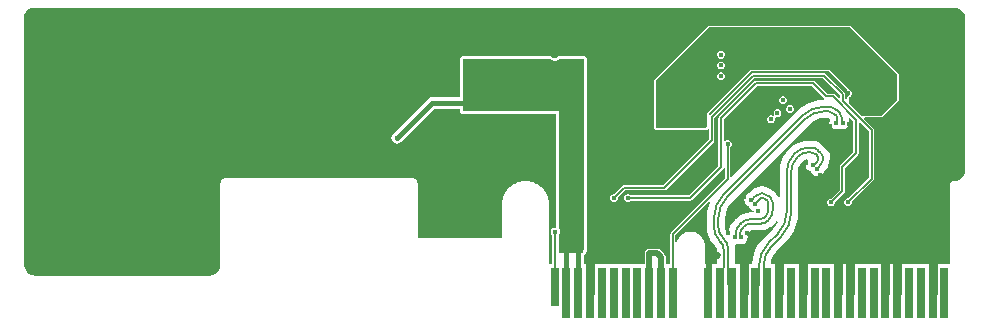
<source format=gbr>
G04*
G04 #@! TF.GenerationSoftware,Altium Limited,Altium Designer,24.2.2 (26)*
G04*
G04 Layer_Physical_Order=4*
G04 Layer_Color=15441517*
%FSLAX25Y25*%
%MOIN*%
G70*
G04*
G04 #@! TF.SameCoordinates,DA759692-2FDC-47FD-B5D7-4F029464E4A9*
G04*
G04*
G04 #@! TF.FilePolarity,Positive*
G04*
G01*
G75*
%ADD27R,0.02800X0.12600*%
%ADD28R,0.02800X0.16500*%
%ADD46C,0.00500*%
%ADD47C,0.00600*%
%ADD48C,0.01800*%
%ADD49C,0.00727*%
%ADD50C,0.00800*%
%ADD51C,0.03000*%
%ADD52C,0.02000*%
%ADD55C,0.25000*%
%ADD56C,0.01600*%
%ADD57C,0.00500*%
G36*
X284498Y-306715D02*
X285115Y-306957D01*
X285672Y-307314D01*
X286149Y-307774D01*
X286526Y-308318D01*
X286791Y-308925D01*
X286932Y-309572D01*
X286938Y-309891D01*
X286938Y-360509D01*
X286938Y-360881D01*
X286793Y-361611D01*
X286508Y-362298D01*
X286095Y-362917D01*
X285569Y-363443D01*
X284950Y-363856D01*
X284263Y-364141D01*
X283533Y-364286D01*
X283161Y-364286D01*
X282693Y-364379D01*
X282296Y-364644D01*
X282296Y-364644D01*
X282031Y-365041D01*
X281938Y-365510D01*
X281938Y-391839D01*
X222514D01*
X222179Y-391469D01*
X222222Y-391031D01*
X222590Y-389818D01*
X223188Y-388699D01*
X223938Y-387785D01*
X224010Y-387737D01*
X227282Y-384465D01*
X227290Y-384453D01*
X228684Y-382821D01*
X229813Y-380979D01*
X230640Y-378982D01*
X231144Y-376882D01*
X231312Y-374741D01*
X231315Y-374728D01*
Y-361228D01*
X231294Y-361122D01*
X231443Y-359990D01*
X231921Y-358836D01*
X232617Y-357929D01*
X232706Y-357869D01*
X232745Y-357811D01*
X233380Y-357324D01*
X234183Y-356992D01*
X234217Y-356987D01*
X234489Y-357456D01*
X234107Y-358028D01*
X233932Y-358906D01*
X234107Y-359784D01*
X234604Y-360528D01*
X235349Y-361025D01*
X235552Y-361066D01*
X235592Y-361269D01*
X236089Y-362013D01*
X236834Y-362510D01*
X237712Y-362685D01*
X238589Y-362510D01*
X239334Y-362013D01*
X239572Y-361657D01*
X239598Y-361626D01*
X239626Y-361623D01*
X239892Y-361289D01*
X239991Y-361049D01*
X240267Y-360663D01*
X240267Y-360663D01*
X241191Y-359459D01*
X241771Y-358058D01*
X241969Y-356554D01*
X241964D01*
Y-356541D01*
X241943Y-356438D01*
X241809Y-355417D01*
X241375Y-354370D01*
X240749Y-353554D01*
X240690Y-353467D01*
X239713Y-352489D01*
X239713Y-352489D01*
X239716Y-352485D01*
X238530Y-351575D01*
X237148Y-351003D01*
X235666Y-350808D01*
Y-350813D01*
X235035D01*
Y-350812D01*
X233207Y-350992D01*
X231448Y-351525D01*
X229828Y-352391D01*
X228782Y-353249D01*
X228780Y-353251D01*
X228779Y-353252D01*
X228770Y-353259D01*
X228767Y-353262D01*
X228407Y-353557D01*
X228397Y-353568D01*
X228397Y-353568D01*
X228347Y-353644D01*
X227303Y-354866D01*
X226416Y-356313D01*
X225767Y-357881D01*
X225371Y-359531D01*
X225245Y-361133D01*
X225227Y-361223D01*
X225227D01*
X225227Y-361223D01*
Y-369633D01*
X224727Y-369733D01*
X224537Y-369275D01*
X223952Y-368513D01*
X223881Y-368406D01*
X223115Y-367640D01*
X223117Y-367637D01*
X221974Y-366760D01*
X220643Y-366209D01*
X219215Y-366021D01*
Y-366024D01*
X219204D01*
X219148Y-366036D01*
X217985Y-366189D01*
X216848Y-366659D01*
X215918Y-367373D01*
X215870Y-367405D01*
X215523Y-367752D01*
X215170Y-368106D01*
X215141Y-368127D01*
X214729Y-368304D01*
X214701Y-368315D01*
X214389Y-368566D01*
X214008Y-368853D01*
X213978Y-368873D01*
X213480Y-369618D01*
X213306Y-370495D01*
X213480Y-371373D01*
X213978Y-372118D01*
X214722Y-372615D01*
X214925Y-372655D01*
X214965Y-372858D01*
X215463Y-373603D01*
X216207Y-374100D01*
X216530Y-374164D01*
X216480Y-374664D01*
X215750D01*
X215666Y-374681D01*
X214306Y-374815D01*
X212918Y-375236D01*
X211639Y-375920D01*
X210583Y-376786D01*
X210512Y-376834D01*
X210512Y-376834D01*
X210265Y-377080D01*
X210211Y-377161D01*
X210182Y-377197D01*
X209379Y-378175D01*
X208716Y-379415D01*
X208308Y-380762D01*
X208262Y-381224D01*
X207991Y-381395D01*
X207945Y-381411D01*
X207741Y-381413D01*
X207374Y-380935D01*
X207096Y-380264D01*
X207009Y-379599D01*
X207020Y-379545D01*
Y-376709D01*
X206999Y-376604D01*
X207137Y-375200D01*
X207577Y-373748D01*
X208292Y-372410D01*
X209187Y-371320D01*
X209277Y-371260D01*
X234990Y-345547D01*
X235337Y-345199D01*
X235701Y-344868D01*
X236307Y-344371D01*
X237435Y-343768D01*
X238657Y-343397D01*
X239844Y-343280D01*
X239929Y-343297D01*
X241307D01*
X241361Y-343286D01*
X241593Y-343383D01*
X241896Y-343765D01*
X241858Y-343858D01*
X241810Y-344282D01*
X241743Y-344755D01*
X241741Y-344764D01*
X241915Y-345642D01*
X242413Y-346386D01*
X243157Y-346884D01*
X244035Y-347058D01*
X244913Y-346884D01*
X245085Y-346769D01*
X245257Y-346884D01*
X246135Y-347058D01*
X247013Y-346884D01*
X247757Y-346386D01*
X248254Y-345642D01*
X248429Y-344764D01*
X248345Y-344344D01*
X248342Y-344303D01*
X248360Y-344282D01*
X248312Y-343858D01*
X248288Y-343801D01*
X248129Y-343417D01*
Y-343339D01*
X248583Y-343117D01*
X248611Y-343114D01*
X249679Y-344182D01*
Y-354541D01*
X245420Y-358800D01*
X245221Y-359098D01*
X245151Y-359449D01*
Y-367203D01*
X242247Y-370107D01*
X241986D01*
X241509Y-370305D01*
X241143Y-370670D01*
X240945Y-371148D01*
Y-371665D01*
X241143Y-372143D01*
X241509Y-372509D01*
X241986Y-372707D01*
X242504D01*
X242981Y-372509D01*
X243347Y-372143D01*
X243545Y-371665D01*
Y-371405D01*
X246718Y-368232D01*
X246917Y-367934D01*
X246987Y-367583D01*
Y-359829D01*
X251245Y-355570D01*
X251444Y-355272D01*
X251514Y-354921D01*
Y-344831D01*
X251976Y-344640D01*
X254938Y-347602D01*
Y-363078D01*
X248092Y-369924D01*
X247779D01*
X247301Y-370122D01*
X246936Y-370488D01*
X246738Y-370965D01*
Y-371483D01*
X246936Y-371960D01*
X247301Y-372326D01*
X247779Y-372524D01*
X248296D01*
X248774Y-372326D01*
X249140Y-371960D01*
X249338Y-371483D01*
Y-371169D01*
X256441Y-364066D01*
X256632Y-363780D01*
X256699Y-363443D01*
Y-347237D01*
X256632Y-346900D01*
X256441Y-346615D01*
X253333Y-343506D01*
X253524Y-343044D01*
X259017D01*
X259017Y-343044D01*
X259400Y-342886D01*
X259400Y-342886D01*
X264737Y-337549D01*
X264895Y-337166D01*
X264895Y-337166D01*
Y-328641D01*
X264737Y-328258D01*
X249088Y-312610D01*
X248705Y-312451D01*
X248705Y-312451D01*
X201628D01*
X201628Y-312451D01*
X201246Y-312610D01*
X201246Y-312610D01*
X183589Y-330266D01*
X183431Y-330649D01*
X183431Y-330649D01*
Y-346699D01*
X183589Y-347081D01*
X183972Y-347240D01*
X197723D01*
X200433Y-347270D01*
X200434Y-347270D01*
X200436Y-347270D01*
X200625Y-347193D01*
X200817Y-347116D01*
X200818Y-347115D01*
X200819Y-347114D01*
X201142Y-346795D01*
X201304Y-346810D01*
X201642Y-346944D01*
Y-350178D01*
X186165Y-365655D01*
X173212D01*
X172875Y-365722D01*
X172590Y-365913D01*
X169921Y-368582D01*
X169607D01*
X169130Y-368780D01*
X168764Y-369145D01*
X168566Y-369623D01*
Y-370140D01*
X168764Y-370618D01*
X169130Y-370984D01*
X169607Y-371182D01*
X170125D01*
X170602Y-370984D01*
X170968Y-370618D01*
X171166Y-370140D01*
Y-369827D01*
X173577Y-367416D01*
X186530D01*
X186867Y-367349D01*
X187153Y-367158D01*
X203145Y-351165D01*
X203336Y-350880D01*
X203403Y-350543D01*
Y-343325D01*
X216693Y-330035D01*
X239562D01*
X245259Y-335732D01*
Y-336459D01*
X245165Y-336552D01*
X244797Y-336705D01*
X243489Y-335396D01*
X243191Y-335197D01*
X242840Y-335127D01*
X241033D01*
X236976Y-331070D01*
X236678Y-330871D01*
X236327Y-330801D01*
X217129D01*
X216778Y-330871D01*
X216480Y-331070D01*
X205025Y-342525D01*
X204826Y-342823D01*
X204756Y-343174D01*
Y-359128D01*
X194921Y-368964D01*
X175469D01*
X175285Y-368780D01*
X174807Y-368582D01*
X174290D01*
X173812Y-368780D01*
X173446Y-369145D01*
X173248Y-369623D01*
Y-370140D01*
X173446Y-370618D01*
X173812Y-370984D01*
X174290Y-371182D01*
X174807D01*
X175285Y-370984D01*
X175469Y-370799D01*
X195301D01*
X195652Y-370730D01*
X195949Y-370531D01*
X206323Y-360157D01*
X206522Y-359860D01*
X207020Y-359916D01*
Y-363395D01*
X188974Y-381441D01*
X188797Y-381706D01*
X188735Y-382018D01*
X188735Y-382018D01*
Y-391839D01*
X187143D01*
Y-389543D01*
X187027Y-388958D01*
X186696Y-388462D01*
X185524Y-387290D01*
X185028Y-386959D01*
X184442Y-386842D01*
X181677D01*
X181092Y-386959D01*
X180596Y-387290D01*
X180264Y-387786D01*
X180148Y-388372D01*
Y-391839D01*
X159992D01*
Y-389174D01*
X160040Y-389155D01*
X160111Y-389084D01*
X160195Y-389028D01*
X160250Y-388944D01*
X160321Y-388873D01*
X160360Y-388780D01*
X160416Y-388697D01*
X160435Y-388598D01*
X160474Y-388506D01*
X160598Y-387883D01*
X160810Y-387565D01*
X160848Y-387472D01*
X160904Y-387388D01*
X160924Y-387290D01*
X160962Y-387197D01*
Y-387097D01*
X160982Y-386998D01*
Y-323524D01*
X160904Y-323134D01*
X160683Y-322803D01*
X160352Y-322582D01*
X159962Y-322504D01*
X151644D01*
X151254Y-322582D01*
X150923Y-322803D01*
X150623Y-323102D01*
X150336Y-323221D01*
X150026D01*
X149739Y-323102D01*
X149439Y-322803D01*
X149108Y-322582D01*
X148718Y-322504D01*
X119531D01*
X119141Y-322582D01*
X118810Y-322803D01*
X118589Y-323134D01*
X118512Y-323524D01*
Y-336232D01*
X109311D01*
X108570Y-336379D01*
X107941Y-336799D01*
X96216Y-348525D01*
X95796Y-349153D01*
X95648Y-349894D01*
X95796Y-350636D01*
X96216Y-351264D01*
X96844Y-351684D01*
X97586Y-351832D01*
X98327Y-351684D01*
X98955Y-351264D01*
X110114Y-340106D01*
X118512D01*
Y-340945D01*
X118589Y-341335D01*
X118810Y-341666D01*
X119141Y-341887D01*
X119531Y-341965D01*
X150561D01*
Y-379721D01*
X150440Y-379802D01*
X149923D01*
X149445Y-380000D01*
X149079Y-380366D01*
X148881Y-380844D01*
Y-381361D01*
X149079Y-381839D01*
X149416Y-382176D01*
Y-391839D01*
X148345D01*
Y-372198D01*
X148341Y-372176D01*
X148345Y-372155D01*
X148322Y-371496D01*
X148299Y-371399D01*
Y-371300D01*
X148043Y-370014D01*
X147997Y-369902D01*
X147973Y-369784D01*
X147472Y-368573D01*
X147405Y-368473D01*
X147359Y-368361D01*
X146630Y-367271D01*
X146545Y-367186D01*
X146478Y-367085D01*
X145551Y-366158D01*
X145450Y-366091D01*
X145365Y-366006D01*
X144275Y-365277D01*
X144163Y-365231D01*
X144063Y-365164D01*
X142852Y-364663D01*
X142733Y-364639D01*
X142622Y-364593D01*
X141336Y-364337D01*
X141215D01*
X141097Y-364314D01*
X139786D01*
X139668Y-364337D01*
X139547D01*
X138261Y-364593D01*
X138150Y-364639D01*
X138031Y-364663D01*
X136820Y-365164D01*
X136720Y-365231D01*
X136608Y-365277D01*
X135518Y-366006D01*
X135433Y-366091D01*
X135333Y-366158D01*
X134405Y-367085D01*
X134338Y-367186D01*
X134253Y-367271D01*
X133525Y-368361D01*
X133478Y-368473D01*
X133412Y-368573D01*
X132910Y-369784D01*
X132886Y-369902D01*
X132840Y-370014D01*
X132584Y-371300D01*
Y-371391D01*
X132562Y-371479D01*
X132530Y-372134D01*
X132534Y-372165D01*
X132528Y-372194D01*
Y-383366D01*
X104824D01*
X104471Y-383012D01*
X104480Y-365010D01*
X104468Y-364950D01*
X104474Y-364889D01*
X104464Y-364792D01*
X104412Y-364620D01*
X104377Y-364444D01*
X104302Y-364264D01*
X104302Y-364263D01*
X104179Y-364080D01*
X104037Y-363866D01*
X104037Y-363866D01*
X103899Y-363729D01*
X103899Y-363729D01*
X103899Y-363728D01*
X103502Y-363463D01*
X103502Y-363463D01*
X103502Y-363463D01*
X103322Y-363389D01*
X103145Y-363354D01*
X102973Y-363301D01*
X102876Y-363292D01*
X102815Y-363298D01*
X102756Y-363286D01*
X40512Y-363286D01*
X40452Y-363298D01*
X40392Y-363292D01*
X40294Y-363301D01*
X40122Y-363354D01*
X39946Y-363389D01*
X39766Y-363463D01*
X39766Y-363463D01*
X39369Y-363729D01*
X39231Y-363866D01*
X39231Y-363866D01*
X39099Y-364065D01*
X38966Y-364264D01*
X38966Y-364264D01*
X38891Y-364444D01*
X38856Y-364620D01*
X38804Y-364792D01*
X38794Y-364890D01*
X38800Y-364950D01*
X38788Y-365009D01*
X38788Y-391990D01*
X38788Y-392362D01*
X38643Y-393091D01*
X38359Y-393778D01*
X37945Y-394397D01*
X37419Y-394923D01*
X36801Y-395336D01*
X36113Y-395621D01*
X35384Y-395766D01*
X-22988D01*
X-23354Y-395733D01*
X-24166Y-395493D01*
X-24916Y-395099D01*
X-25575Y-394567D01*
X-26117Y-393917D01*
X-26522Y-393173D01*
X-26774Y-392364D01*
X-26863Y-391522D01*
X-26825Y-391100D01*
X-26831Y-391045D01*
X-26820Y-390990D01*
X-26820Y-309891D01*
X-26814Y-309572D01*
X-26673Y-308925D01*
X-26408Y-308318D01*
X-26030Y-307774D01*
X-25554Y-307315D01*
X-24996Y-306957D01*
X-24380Y-306715D01*
X-23729Y-306598D01*
X-23392Y-306604D01*
X-23391Y-306604D01*
X-23389Y-306604D01*
X-23370Y-306604D01*
X-23370Y-306604D01*
X283493Y-306604D01*
X283504Y-306602D01*
X283516Y-306604D01*
X283847Y-306597D01*
X284498Y-306715D01*
D02*
G37*
G36*
X159962Y-386998D02*
X159637Y-387485D01*
X159474Y-388307D01*
X152718D01*
X151581Y-388293D01*
Y-382248D01*
X151707Y-382122D01*
X151981Y-381460D01*
Y-380744D01*
X151707Y-380083D01*
X151581Y-379957D01*
Y-340945D01*
X119531D01*
Y-323524D01*
X148718D01*
X149161Y-323967D01*
X149823Y-324241D01*
X150539D01*
X151201Y-323967D01*
X151644Y-323524D01*
X159962D01*
Y-386998D01*
D02*
G37*
G36*
X247644Y-333733D02*
Y-333781D01*
X247724Y-333974D01*
Y-333988D01*
X247734Y-333998D01*
X247802Y-334164D01*
X247968Y-334233D01*
X248016Y-334281D01*
X248395Y-334438D01*
X248608Y-334651D01*
X248724Y-334930D01*
Y-335232D01*
X248608Y-335511D01*
X248395Y-335725D01*
X248016Y-335881D01*
X247968Y-335930D01*
X247802Y-335999D01*
X247734Y-336164D01*
X247724Y-336174D01*
Y-336189D01*
X247644Y-336381D01*
Y-336705D01*
X247144Y-336967D01*
X247020Y-336881D01*
Y-336463D01*
X247020Y-336463D01*
Y-335368D01*
X246953Y-335031D01*
X246762Y-334745D01*
X240549Y-328532D01*
X240263Y-328341D01*
X239926Y-328274D01*
X216328D01*
X215991Y-328341D01*
X215706Y-328532D01*
X202091Y-342147D01*
X201547Y-341984D01*
X201513Y-341814D01*
X215620Y-327707D01*
X241617D01*
X247644Y-333733D01*
D02*
G37*
G36*
X240004Y-336694D02*
X240027Y-336709D01*
X239946Y-337111D01*
X239887Y-337217D01*
X239882Y-337218D01*
X237960Y-337369D01*
X236042Y-337830D01*
X234220Y-338584D01*
X232538Y-339615D01*
X231072Y-340867D01*
X231035Y-340892D01*
X231035Y-340892D01*
X231035Y-340892D01*
X209114Y-362813D01*
X208652Y-362622D01*
Y-353027D01*
X208938Y-352740D01*
X209136Y-352263D01*
Y-351745D01*
X208938Y-351268D01*
X208572Y-350902D01*
X208095Y-350704D01*
X207577D01*
X207100Y-350902D01*
X207091Y-350910D01*
X206592Y-350703D01*
Y-343554D01*
X217509Y-332636D01*
X235947D01*
X240004Y-336694D01*
D02*
G37*
G36*
X264354Y-328641D02*
Y-337166D01*
X259017Y-342503D01*
X252330D01*
X248185Y-338358D01*
Y-336381D01*
X248223D01*
X248701Y-336183D01*
X249067Y-335818D01*
X249265Y-335340D01*
Y-334823D01*
X249067Y-334345D01*
X248701Y-333979D01*
X248223Y-333781D01*
X248185D01*
Y-333509D01*
X241841Y-327165D01*
X215396D01*
X200794Y-341767D01*
Y-346378D01*
X200439Y-346729D01*
X197727Y-346699D01*
X183972D01*
Y-330649D01*
X201628Y-312992D01*
X248705D01*
X264354Y-328641D01*
D02*
G37*
G36*
X224551Y-377782D02*
X224569Y-377866D01*
X223954Y-379016D01*
X223059Y-380107D01*
X222970Y-380167D01*
X219697Y-383440D01*
X219671Y-383479D01*
X218427Y-384935D01*
X217402Y-386608D01*
X216652Y-388419D01*
X216194Y-390326D01*
X216075Y-391839D01*
X210312D01*
Y-387063D01*
X210295Y-386980D01*
X210182Y-385830D01*
X210169Y-385606D01*
X210582Y-385280D01*
X211032Y-385190D01*
X211205Y-385075D01*
X211377Y-385190D01*
X212255Y-385365D01*
X213132Y-385190D01*
X213877Y-384693D01*
X214374Y-383949D01*
X214549Y-383071D01*
X214465Y-382651D01*
X214462Y-382610D01*
X214480Y-382589D01*
X214432Y-382165D01*
X214408Y-382107D01*
X214297Y-381841D01*
X214318Y-381736D01*
X214539Y-381406D01*
X214572Y-381384D01*
X214815Y-381141D01*
X214843Y-381098D01*
X215238Y-380835D01*
X215703Y-380742D01*
X215753Y-380752D01*
X218872D01*
X219031Y-380720D01*
X220011Y-380624D01*
X221106Y-380292D01*
X222116Y-379752D01*
X222877Y-379128D01*
X223012Y-379037D01*
X223019Y-379030D01*
X223075Y-378947D01*
X223896Y-377946D01*
X224022Y-377711D01*
X224551Y-377782D01*
D02*
G37*
G36*
X202046Y-371383D02*
X201607Y-372445D01*
X201103Y-374545D01*
X200934Y-376686D01*
X200931Y-376699D01*
Y-379553D01*
X200935Y-379569D01*
X201103Y-381276D01*
X201605Y-382932D01*
X202421Y-384458D01*
X203476Y-385743D01*
X203509Y-385784D01*
X203518Y-385797D01*
X203518D01*
X203821Y-386100D01*
X204102Y-386484D01*
X204138Y-386538D01*
X204234Y-387019D01*
X204223Y-387071D01*
Y-391839D01*
X200222D01*
X200222Y-385874D01*
X200214Y-385834D01*
X200219Y-385794D01*
X200189Y-385332D01*
X200158Y-385215D01*
X200150Y-385095D01*
X199911Y-384202D01*
X199840Y-384059D01*
X199788Y-383907D01*
X199326Y-383107D01*
X199221Y-382987D01*
X199132Y-382854D01*
X198478Y-382200D01*
X198345Y-382111D01*
X198225Y-382006D01*
X197425Y-381544D01*
X197273Y-381492D01*
X197130Y-381421D01*
X196237Y-381182D01*
X196077Y-381172D01*
X195920Y-381140D01*
X194996D01*
X194839Y-381172D01*
X194679Y-381182D01*
X193787Y-381421D01*
X193643Y-381492D01*
X193492Y-381544D01*
X192692Y-382006D01*
X192571Y-382111D01*
X192438Y-382200D01*
X191785Y-382854D01*
X191696Y-382987D01*
X191590Y-383107D01*
X191128Y-383907D01*
X191077Y-384059D01*
X191006Y-384202D01*
X190867Y-384722D01*
X190367Y-384656D01*
Y-382356D01*
X201623Y-371100D01*
X202046Y-371383D01*
D02*
G37*
%LPC*%
G36*
X226564Y-336026D02*
X226047D01*
X225569Y-336224D01*
X225203Y-336590D01*
X225005Y-337068D01*
Y-337585D01*
X225203Y-338063D01*
X225569Y-338428D01*
X226047Y-338626D01*
X226564D01*
X227042Y-338428D01*
X227408Y-338063D01*
X227605Y-337585D01*
Y-337068D01*
X227408Y-336590D01*
X227042Y-336224D01*
X226564Y-336026D01*
D02*
G37*
G36*
X228826Y-338881D02*
X228309D01*
X227831Y-339079D01*
X227465Y-339445D01*
X227267Y-339923D01*
Y-340440D01*
X227465Y-340918D01*
X227831Y-341283D01*
X228309Y-341481D01*
X228826D01*
X229303Y-341283D01*
X229669Y-340918D01*
X229867Y-340440D01*
Y-339923D01*
X229669Y-339445D01*
X229303Y-339079D01*
X228826Y-338881D01*
D02*
G37*
G36*
X224702Y-340370D02*
X224185D01*
X223707Y-340568D01*
X223342Y-340934D01*
X223144Y-341411D01*
Y-341929D01*
X223223Y-342120D01*
X222840Y-342503D01*
X222580Y-342395D01*
X222062D01*
X221585Y-342593D01*
X221219Y-342959D01*
X221021Y-343436D01*
Y-343953D01*
X221219Y-344431D01*
X221585Y-344797D01*
X222062Y-344995D01*
X222580D01*
X223057Y-344797D01*
X223423Y-344431D01*
X223621Y-343953D01*
Y-343436D01*
X223542Y-343245D01*
X223924Y-342862D01*
X224185Y-342970D01*
X224702D01*
X225180Y-342772D01*
X225546Y-342407D01*
X225744Y-341929D01*
Y-341411D01*
X225546Y-340934D01*
X225180Y-340568D01*
X224702Y-340370D01*
D02*
G37*
G36*
X205932Y-320832D02*
X205415D01*
X204938Y-321030D01*
X204572Y-321396D01*
X204374Y-321874D01*
Y-322391D01*
X204572Y-322869D01*
X204938Y-323235D01*
X205415Y-323432D01*
X205932D01*
X206410Y-323235D01*
X206776Y-322869D01*
X206974Y-322391D01*
Y-321874D01*
X206776Y-321396D01*
X206410Y-321030D01*
X205932Y-320832D01*
D02*
G37*
G36*
Y-324433D02*
X205415D01*
X204938Y-324631D01*
X204572Y-324997D01*
X204374Y-325475D01*
Y-325992D01*
X204572Y-326470D01*
X204938Y-326835D01*
X205415Y-327033D01*
X205932D01*
X206410Y-326835D01*
X206776Y-326470D01*
X206974Y-325992D01*
Y-325475D01*
X206776Y-324997D01*
X206410Y-324631D01*
X205932Y-324433D01*
D02*
G37*
G36*
Y-327969D02*
X205415D01*
X204938Y-328167D01*
X204572Y-328532D01*
X204374Y-329010D01*
Y-329527D01*
X204572Y-330005D01*
X204938Y-330371D01*
X205415Y-330569D01*
X205932D01*
X206410Y-330371D01*
X206776Y-330005D01*
X206974Y-329527D01*
Y-329010D01*
X206776Y-328532D01*
X206410Y-328167D01*
X205932Y-327969D01*
D02*
G37*
%LPD*%
D27*
X150181Y-399477D02*
D03*
D28*
X280102Y-401427D02*
D03*
X185614D02*
D03*
X181677D02*
D03*
X240732D02*
D03*
X272228D02*
D03*
X268291D02*
D03*
X256480D02*
D03*
X236795D02*
D03*
X252543D02*
D03*
X221047D02*
D03*
X217110D02*
D03*
X209236D02*
D03*
X205299D02*
D03*
X189551D02*
D03*
X165929D02*
D03*
X169866D02*
D03*
X173803D02*
D03*
X177740D02*
D03*
X228921D02*
D03*
X213173D02*
D03*
X201362D02*
D03*
X248606D02*
D03*
X264354D02*
D03*
X244669D02*
D03*
X276165D02*
D03*
X260417D02*
D03*
X232858D02*
D03*
X224984D02*
D03*
X161992D02*
D03*
X154118D02*
D03*
X158055D02*
D03*
D46*
X235035Y-353107D02*
G03*
X230030Y-355180I0J-7079D01*
G01*
X230020Y-355190D02*
G03*
X227521Y-361223I6032J-6032D01*
G01*
X224592Y-381789D02*
G03*
X227521Y-374718I-7071J7071D01*
G01*
X221319Y-385062D02*
G03*
X218328Y-392282I7220J-7220D01*
G01*
X218260Y-393202D02*
G03*
X218328Y-393037I-165J165D01*
G01*
X238090Y-354111D02*
G03*
X235666Y-353107I-2425J-2425D01*
G01*
X239670Y-356541D02*
G03*
X239068Y-355089I-2053J0D01*
G01*
X238641Y-359037D02*
G03*
X239670Y-356554I-2483J2483D01*
G01*
X238140Y-359538D02*
G03*
X238095Y-359646I108J-108D01*
G01*
X238051Y-359754D02*
G03*
X238095Y-359646I-108J108D01*
G01*
X237903Y-359901D02*
G03*
X237712Y-360365I463J-463D01*
G01*
X235044Y-354607D02*
G03*
X231084Y-356247I0J-5600D01*
G01*
D02*
G03*
X229021Y-361228I4981J-4981D01*
G01*
X225660Y-382843D02*
G03*
X229021Y-374728I-8115J8115D01*
G01*
X222388Y-386114D02*
G03*
X219829Y-392294I6179J-6179D01*
G01*
X219897Y-398651D02*
G03*
X221047Y-401427I3926J0D01*
G01*
X219829Y-393037D02*
G03*
X219897Y-393202I234J0D01*
G01*
X237229Y-355371D02*
G03*
X235384Y-354607I-1845J-1845D01*
G01*
X238004Y-356146D02*
G03*
X238003Y-356145I-402J-401D01*
G01*
X238170Y-356547D02*
G03*
X238004Y-356146I-568J0D01*
G01*
X237575Y-357981D02*
G03*
X238170Y-356547I-1434J1434D01*
G01*
X236971Y-358522D02*
G03*
X237079Y-358477I0J153D01*
G01*
X236971Y-358522D02*
G03*
X236863Y-358567I0J-153D01*
G01*
X236253Y-358906D02*
G03*
X236716Y-358714I0J655D01*
G01*
X217110Y-401427D02*
G03*
X218260Y-398651I-2776J2776D01*
G01*
X206587Y-368584D02*
G03*
X203225Y-376699I8115J-8115D01*
G01*
X206518Y-387071D02*
G03*
X205443Y-384478I-3668J0D01*
G01*
X203225Y-379553D02*
G03*
X205140Y-384175I6536J0D01*
G01*
X206449Y-393202D02*
G03*
X206518Y-393037I-165J165D01*
G01*
X239926Y-339503D02*
G03*
X232657Y-342514I0J-10280D01*
G01*
X244326Y-340751D02*
G03*
X241312Y-339503I-3014J-3014D01*
G01*
X245835Y-343168D02*
G03*
X245193Y-341619I-2191J0D01*
G01*
X245835Y-343858D02*
G03*
X245880Y-343966I153J0D01*
G01*
X245924Y-344074D02*
G03*
X245880Y-343966I-153J0D01*
G01*
X245924Y-344282D02*
G03*
X246116Y-344746I655J0D01*
G01*
X208086Y-398651D02*
G03*
X209236Y-401427I3926J0D01*
G01*
X207654Y-369638D02*
G03*
X204726Y-376709I7071J-7071D01*
G01*
Y-379545D02*
G03*
X206206Y-383119I5054J0D01*
G01*
X208017Y-393037D02*
G03*
X208086Y-393202I234J0D01*
G01*
X208017Y-387063D02*
G03*
X206510Y-383423I-5147J0D01*
G01*
X239929Y-341003D02*
G03*
X233715Y-343577I0J-8788D01*
G01*
X243269Y-341816D02*
G03*
X241307Y-341003I-1962J-1962D01*
G01*
X244129Y-342676D02*
G03*
X244128Y-342675I-499J-498D01*
G01*
X244335Y-343174D02*
G03*
X244129Y-342676I-705J0D01*
G01*
X244290Y-343966D02*
G03*
X244245Y-344074I108J-108D01*
G01*
X244053Y-344746D02*
G03*
X244245Y-344282I-463J463D01*
G01*
X205299Y-401427D02*
G03*
X206449Y-398651I-2776J2776D01*
G01*
X244290Y-343966D02*
G03*
X244335Y-343858I-108J108D01*
G01*
X215600Y-370495D02*
G03*
X216108Y-370285I0J719D01*
G01*
X216345Y-370111D02*
G03*
X216237Y-370156I0J-153D01*
G01*
X216345Y-370111D02*
G03*
X216453Y-370067I0J153D01*
G01*
X219204Y-368318D02*
G03*
X217492Y-369027I0J-2421D01*
G01*
X221493Y-369262D02*
G03*
X219215Y-368318I-2278J-2278D01*
G01*
X222810Y-371357D02*
G03*
X222259Y-370028I-1880J0D01*
G01*
X221397Y-377408D02*
G03*
X222810Y-373997I-3411J3411D01*
G01*
X218872Y-378458D02*
G03*
X221390Y-377415I0J3560D01*
G01*
X215753Y-378458D02*
G03*
X213193Y-379519I0J-3621D01*
G01*
X212949Y-379762D02*
G03*
X211954Y-382165I2404J-2403D01*
G01*
X212950Y-379761D02*
G03*
X212949Y-379762I2403J-2403D01*
G01*
X211954Y-382165D02*
G03*
X211999Y-382273I153J0D01*
G01*
X212044Y-382381D02*
G03*
X211999Y-382273I-153J0D01*
G01*
X212044Y-382589D02*
G03*
X212236Y-383052I655J0D01*
G01*
X217295Y-371472D02*
G03*
X217085Y-371980I508J-508D01*
G01*
X217424Y-371343D02*
G03*
X217469Y-371235I-108J108D01*
G01*
X217424Y-371344D02*
X217424Y-371343D01*
X217513Y-371128D02*
G03*
X217469Y-371235I108J-108D01*
G01*
X217513Y-371127D02*
X217513Y-371128D01*
X218550Y-370090D02*
G03*
X218549Y-370091I658J-660D01*
G01*
X219209Y-369818D02*
G03*
X218550Y-370090I0J-932D01*
G01*
X220437Y-370327D02*
G03*
X219209Y-369818I-1228J-1228D01*
G01*
X221195Y-371086D02*
G03*
X221195Y-371085I-279J-277D01*
G01*
X221310Y-371363D02*
G03*
X221195Y-371086I-393J0D01*
G01*
X220331Y-376353D02*
G03*
X221310Y-373990I-2363J2363D01*
G01*
X218869Y-376958D02*
G03*
X220331Y-376353I0J2068D01*
G01*
X215750Y-376958D02*
G03*
X212134Y-378456I0J-5114D01*
G01*
X211887Y-378703D02*
G03*
X210455Y-382162I3459J-3459D01*
G01*
X210410Y-382273D02*
G03*
X210365Y-382381I108J-108D01*
G01*
X210173Y-383052D02*
G03*
X210365Y-382589I-463J463D01*
G01*
X210410Y-382273D02*
G03*
X210455Y-382165I-108J108D01*
G01*
X235035Y-353107D02*
X235666D01*
X230020Y-355190D02*
X230030Y-355180D01*
X221319Y-385062D02*
X224592Y-381789D01*
X218328Y-393037D02*
Y-392282D01*
X218260Y-398651D02*
Y-393202D01*
X238090Y-354111D02*
X239068Y-355089D01*
X239670Y-356554D02*
Y-356541D01*
X238140Y-359538D02*
X238641Y-359037D01*
X238140Y-359538D02*
X238140Y-359538D01*
X238051Y-359754D02*
X238051Y-359754D01*
X237903Y-359901D02*
X238051Y-359754D01*
X237712Y-360391D02*
Y-360365D01*
X229021Y-374728D02*
Y-361228D01*
X222388Y-386114D02*
X225660Y-382843D01*
X219829Y-393037D02*
Y-392294D01*
X219897Y-398651D02*
Y-393202D01*
X235044Y-354607D02*
X235384D01*
X238003Y-356145D02*
X238004Y-356146D01*
X237229Y-355371D02*
X238003Y-356145D01*
X237079Y-358477D02*
X237575Y-357981D01*
X237079Y-358477D02*
X237079Y-358477D01*
X236863Y-358567D02*
X236863Y-358567D01*
X236716Y-358714D02*
X236863Y-358567D01*
X236227Y-358906D02*
X236253D01*
X227521Y-374718D02*
Y-361223D01*
X205140Y-384175D02*
X205443Y-384478D01*
X203225Y-379553D02*
Y-376699D01*
X206518Y-393037D02*
Y-387071D01*
X206449Y-398651D02*
Y-393202D01*
X206587Y-368584D02*
X232657Y-342514D01*
X239926Y-339503D02*
X241312D01*
X244326Y-340751D02*
X245193Y-341619D01*
X245835Y-343858D02*
Y-343168D01*
X245924Y-344282D02*
Y-344074D01*
X246116Y-344746D02*
X246135Y-344764D01*
X206206Y-383119D02*
X206510Y-383423D01*
X204726Y-379545D02*
Y-376709D01*
X208086Y-398651D02*
Y-393202D01*
X208017Y-393037D02*
Y-387063D01*
X207654Y-369638D02*
X233715Y-343577D01*
X239929Y-341003D02*
X241307D01*
X244128Y-342675D02*
X244129Y-342676D01*
X243269Y-341816D02*
X244128Y-342675D01*
X244335Y-343858D02*
Y-343174D01*
X244245Y-344282D02*
Y-344074D01*
X244035Y-344764D02*
X244053Y-344746D01*
X216237Y-370156D02*
X216237Y-370156D01*
X216108Y-370285D02*
X216237Y-370156D01*
X216453Y-370067D02*
X217492Y-369027D01*
X216453Y-370067D02*
X216453Y-370067D01*
X219204Y-368318D02*
X219215D01*
X222810Y-373997D02*
Y-371357D01*
X221390Y-377415D02*
X221397Y-377408D01*
X215753Y-378458D02*
X218872D01*
X212950Y-379761D02*
X213193Y-379519D01*
X212949Y-379762D02*
X212950Y-379761D01*
X212044Y-382589D02*
Y-382381D01*
X212236Y-383052D02*
X212255Y-383071D01*
X217424Y-371344D02*
X217424Y-371343D01*
X217295Y-371472D02*
X217424Y-371344D01*
X218549Y-370091D02*
X218550Y-370090D01*
X217513Y-371127D02*
X218549Y-370091D01*
X217513Y-371128D02*
X217513Y-371127D01*
X221195Y-371085D02*
X221195Y-371086D01*
X220437Y-370327D02*
X221195Y-371085D01*
X221310Y-373990D02*
Y-371363D01*
X215750Y-376958D02*
X218869D01*
X211887Y-378703D02*
X212134Y-378456D01*
X210455Y-382165D02*
Y-382162D01*
X210365Y-382589D02*
Y-382381D01*
X210155Y-383071D02*
X210173Y-383052D01*
X221493Y-369262D02*
X222259Y-370028D01*
X150181Y-399477D02*
Y-381102D01*
D47*
X207836Y-363733D02*
Y-352004D01*
X189551Y-382018D02*
X207836Y-363733D01*
X189551Y-401427D02*
Y-382018D01*
D48*
X109311Y-338169D02*
X122501D01*
X97586Y-349894D02*
X109311Y-338169D01*
X158055Y-385670D02*
X158107Y-385618D01*
X158055Y-401427D02*
Y-385670D01*
X154118Y-401427D02*
Y-385874D01*
D49*
X248038Y-371224D02*
X255819Y-363443D01*
X216328Y-329155D02*
X239926D01*
X255819Y-363443D02*
Y-347237D01*
X246139Y-337558D02*
X255819Y-347237D01*
X246139Y-337558D02*
Y-336463D01*
X239926Y-329155D02*
X246139Y-335368D01*
Y-336463D02*
Y-335368D01*
X246139Y-336463D02*
X246139Y-336463D01*
X202523Y-342960D02*
X216328Y-329155D01*
X202523Y-350543D02*
Y-342960D01*
X186530Y-366535D02*
X202523Y-350543D01*
X173212Y-366535D02*
X186530D01*
X169866Y-369882D02*
X173212Y-366535D01*
D50*
X246069Y-359449D02*
X250597Y-354921D01*
X217129Y-331719D02*
X236327D01*
X240653Y-336045D01*
X242840D01*
X250597Y-343802D01*
Y-354921D02*
Y-343802D01*
X246069Y-367583D02*
Y-359449D01*
X242245Y-371407D02*
X246069Y-367583D01*
X205674Y-343174D02*
X217129Y-331719D01*
X205674Y-359508D02*
Y-343174D01*
X195301Y-369882D02*
X205674Y-359508D01*
X174548Y-369882D02*
X195301D01*
D51*
X276165Y-387631D02*
X276250Y-387546D01*
X276165Y-401427D02*
Y-387631D01*
X264212Y-387703D02*
X264354Y-387846D01*
Y-401427D02*
Y-387846D01*
X260417Y-401427D02*
Y-387725D01*
X260356Y-387664D02*
X260417Y-387725D01*
X248396Y-388097D02*
X248606Y-388307D01*
Y-401427D02*
Y-388307D01*
X244496Y-388293D02*
X244669Y-388466D01*
Y-401427D02*
Y-388466D01*
X232858Y-401427D02*
Y-388372D01*
X224984Y-401427D02*
Y-388844D01*
X213173Y-390244D02*
X214573Y-388844D01*
X213173Y-401427D02*
Y-390244D01*
X161992Y-388460D02*
X162081Y-388372D01*
X161992Y-401427D02*
Y-388460D01*
D52*
X201762Y-401027D02*
Y-391612D01*
X201362Y-401427D02*
X201762Y-401027D01*
Y-391612D02*
X204531Y-388844D01*
X181677Y-388372D02*
X184442D01*
X185614Y-401427D02*
Y-389543D01*
X184442Y-388372D02*
X185614Y-389543D01*
X181677Y-401427D02*
Y-388372D01*
D55*
X1502Y-376772D02*
D03*
D56*
X207836Y-352004D02*
D03*
X197894Y-343242D02*
D03*
X194099Y-343174D02*
D03*
X197894Y-340986D02*
D03*
X194108D02*
D03*
X253884Y-338549D02*
D03*
X250597Y-338459D02*
D03*
X253823Y-335619D02*
D03*
X250597Y-335703D02*
D03*
X222321Y-343695D02*
D03*
X224444Y-341670D02*
D03*
X226305Y-337326D02*
D03*
X228567Y-340181D02*
D03*
X237712Y-360391D02*
D03*
X236227Y-358906D02*
D03*
X246135Y-344764D02*
D03*
X244035D02*
D03*
X215600Y-370495D02*
D03*
X217085Y-371980D02*
D03*
X214408Y-381647D02*
D03*
X208010Y-381678D02*
D03*
X212255Y-383071D02*
D03*
X210155D02*
D03*
X217895Y-374147D02*
D03*
X213419Y-369754D02*
D03*
X233892Y-358371D02*
D03*
X238644Y-362404D02*
D03*
X241987Y-345882D02*
D03*
X248396Y-345374D02*
D03*
X230321Y-334718D02*
D03*
X236227Y-334851D02*
D03*
X242120Y-334345D02*
D03*
X247965Y-335081D02*
D03*
X278702Y-366535D02*
D03*
X283858Y-356781D02*
D03*
Y-347332D02*
D03*
Y-340181D02*
D03*
Y-331443D02*
D03*
Y-323116D02*
D03*
Y-316412D02*
D03*
X280102Y-309128D02*
D03*
X269691Y-309126D02*
D03*
X197894Y-309533D02*
D03*
X207154D02*
D03*
X188151Y-309449D02*
D03*
X153718Y-309128D02*
D03*
X162979D02*
D03*
X181982Y-309213D02*
D03*
X172722D02*
D03*
X92913Y-309964D02*
D03*
X102174D02*
D03*
X121177Y-310049D02*
D03*
X111916D02*
D03*
X58661Y-309964D02*
D03*
X67922D02*
D03*
X86925Y-310049D02*
D03*
X77664D02*
D03*
X21672Y-309964D02*
D03*
X30932D02*
D03*
X49935Y-310049D02*
D03*
X40675D02*
D03*
X4096Y-309964D02*
D03*
X13356D02*
D03*
X-5647Y-309880D02*
D03*
X-14907D02*
D03*
X-23459Y-324100D02*
D03*
Y-309927D02*
D03*
X-23375Y-316620D02*
D03*
Y-355118D02*
D03*
X-23459Y-348425D02*
D03*
Y-334252D02*
D03*
X-23375Y-340945D02*
D03*
Y-369291D02*
D03*
X-23459Y-362598D02*
D03*
Y-376772D02*
D03*
X-23375Y-383465D02*
D03*
X148415Y-364619D02*
D03*
X139747Y-362811D02*
D03*
X131888Y-364073D02*
D03*
X129502Y-370866D02*
D03*
X121872Y-372278D02*
D03*
X114819Y-371711D02*
D03*
X108314Y-369882D02*
D03*
X107573Y-364073D02*
D03*
X88583Y-359842D02*
D03*
X78347D02*
D03*
X70866Y-359922D02*
D03*
X62205D02*
D03*
X52362Y-359922D02*
D03*
X44094D02*
D03*
X36220Y-362826D02*
D03*
Y-370866D02*
D03*
Y-377953D02*
D03*
Y-385827D02*
D03*
X33071Y-393701D02*
D03*
X24666D02*
D03*
X18202D02*
D03*
X9963D02*
D03*
X1077D02*
D03*
X-6985D02*
D03*
X-14628D02*
D03*
X-21654D02*
D03*
X150181Y-381102D02*
D03*
X248038Y-371224D02*
D03*
X242245Y-371407D02*
D03*
X174548Y-369882D02*
D03*
X169866D02*
D03*
X196019Y-316412D02*
D03*
X187917Y-324418D02*
D03*
X183222Y-324410D02*
D03*
X179140Y-324418D02*
D03*
X175234Y-324410D02*
D03*
X170849Y-329155D02*
D03*
X164467Y-330481D02*
D03*
Y-353853D02*
D03*
X169866Y-354297D02*
D03*
X175234Y-360746D02*
D03*
X180277Y-361283D02*
D03*
X184601Y-360970D02*
D03*
X187917Y-361283D02*
D03*
X193609Y-364196D02*
D03*
X196850Y-364157D02*
D03*
X280105Y-387703D02*
D03*
X276250Y-387546D02*
D03*
X268291Y-387664D02*
D03*
X264212Y-387703D02*
D03*
X260356Y-387664D02*
D03*
X256480Y-388097D02*
D03*
X252467D02*
D03*
X248396D02*
D03*
X244496Y-388293D02*
D03*
X240754D02*
D03*
X236751D02*
D03*
X232858Y-388372D02*
D03*
X224984Y-388844D02*
D03*
X214573D02*
D03*
X204531D02*
D03*
X181677Y-388372D02*
D03*
X173803D02*
D03*
X162081D02*
D03*
X158107Y-385618D02*
D03*
X154118Y-385874D02*
D03*
X122501Y-350503D02*
D03*
X127934Y-348051D02*
D03*
X150181Y-322441D02*
D03*
Y-318456D02*
D03*
X147366Y-314125D02*
D03*
Y-310630D02*
D03*
X107573Y-318456D02*
D03*
Y-314125D02*
D03*
X106833Y-327863D02*
D03*
Y-323543D02*
D03*
X117158Y-332601D02*
D03*
X97586Y-349894D02*
D03*
X94488Y-339064D02*
D03*
X129502Y-329155D02*
D03*
Y-325733D02*
D03*
X269035Y-328316D02*
D03*
Y-325085D02*
D03*
Y-322132D02*
D03*
X205674Y-329269D02*
D03*
Y-325733D02*
D03*
Y-322132D02*
D03*
D57*
X238140Y-359538D02*
D03*
X238051Y-359754D02*
D03*
X237079Y-358477D02*
D03*
X236863Y-358567D02*
D03*
X216237Y-370156D02*
D03*
X216453Y-370067D02*
D03*
M02*

</source>
